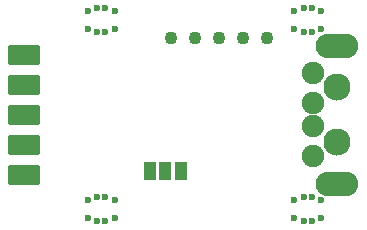
<source format=gbr>
G04 #@! TF.GenerationSoftware,KiCad,Pcbnew,6.0.6+dfsg-1*
G04 #@! TF.CreationDate,2022-07-17T16:52:43+08:00*
G04 #@! TF.ProjectId,stlink,73746c69-6e6b-42e6-9b69-6361645f7063,d*
G04 #@! TF.SameCoordinates,Original*
G04 #@! TF.FileFunction,Soldermask,Bot*
G04 #@! TF.FilePolarity,Negative*
%FSLAX46Y46*%
G04 Gerber Fmt 4.6, Leading zero omitted, Abs format (unit mm)*
G04 Created by KiCad (PCBNEW 6.0.6+dfsg-1) date 2022-07-17 16:52:43*
%MOMM*%
%LPD*%
G01*
G04 APERTURE LIST*
G04 Aperture macros list*
%AMRoundRect*
0 Rectangle with rounded corners*
0 $1 Rounding radius*
0 $2 $3 $4 $5 $6 $7 $8 $9 X,Y pos of 4 corners*
0 Add a 4 corners polygon primitive as box body*
4,1,4,$2,$3,$4,$5,$6,$7,$8,$9,$2,$3,0*
0 Add four circle primitives for the rounded corners*
1,1,$1+$1,$2,$3*
1,1,$1+$1,$4,$5*
1,1,$1+$1,$6,$7*
1,1,$1+$1,$8,$9*
0 Add four rect primitives between the rounded corners*
20,1,$1+$1,$2,$3,$4,$5,0*
20,1,$1+$1,$4,$5,$6,$7,0*
20,1,$1+$1,$6,$7,$8,$9,0*
20,1,$1+$1,$8,$9,$2,$3,0*%
G04 Aperture macros list end*
%ADD10C,1.900000*%
%ADD11O,3.600000X2.100000*%
%ADD12C,2.300000*%
%ADD13C,0.600000*%
%ADD14RoundRect,0.050000X1.270000X0.762000X-1.270000X0.762000X-1.270000X-0.762000X1.270000X-0.762000X0*%
%ADD15C,1.100000*%
%ADD16RoundRect,0.050000X-0.500000X-0.750000X0.500000X-0.750000X0.500000X0.750000X-0.500000X0.750000X0*%
G04 APERTURE END LIST*
D10*
G04 #@! TO.C,J1*
X134900000Y-86500000D03*
X134900000Y-89000000D03*
X134900000Y-91000000D03*
X134900000Y-93500000D03*
D11*
X137000000Y-95850000D03*
X137000000Y-84150000D03*
D12*
X137000000Y-92300000D03*
X137000000Y-87700000D03*
G04 #@! TD*
D13*
G04 #@! TO.C,H1*
X118150000Y-81250000D03*
X115850000Y-82750000D03*
X116650000Y-81000000D03*
X117350000Y-81000000D03*
X115850000Y-81250000D03*
X118150000Y-82750000D03*
X116650000Y-83000000D03*
X117350000Y-83000000D03*
G04 #@! TD*
G04 #@! TO.C,H2*
X116650000Y-97000000D03*
X117350000Y-99000000D03*
X115850000Y-97250000D03*
X117350000Y-97000000D03*
X115850000Y-98750000D03*
X118150000Y-97250000D03*
X116650000Y-99000000D03*
X118150000Y-98750000D03*
G04 #@! TD*
G04 #@! TO.C,H3*
X134150000Y-81000000D03*
X133350000Y-81250000D03*
X135650000Y-82750000D03*
X134150000Y-83000000D03*
X135650000Y-81250000D03*
X134850000Y-83000000D03*
X134850000Y-81000000D03*
X133350000Y-82750000D03*
G04 #@! TD*
G04 #@! TO.C,H4*
X135650000Y-98750000D03*
X133350000Y-98750000D03*
X135650000Y-97250000D03*
X134150000Y-97000000D03*
X134850000Y-99000000D03*
X133350000Y-97250000D03*
X134850000Y-97000000D03*
X134150000Y-99000000D03*
G04 #@! TD*
D14*
G04 #@! TO.C,J2*
X110500000Y-84920000D03*
X110500000Y-87460000D03*
X110500000Y-90000000D03*
X110500000Y-92540000D03*
X110500000Y-95080000D03*
G04 #@! TD*
D15*
G04 #@! TO.C,TP3*
X127000000Y-83500000D03*
G04 #@! TD*
G04 #@! TO.C,TP1*
X131064000Y-83500000D03*
G04 #@! TD*
G04 #@! TO.C,TP4*
X124968000Y-83500000D03*
G04 #@! TD*
G04 #@! TO.C,TP5*
X122936000Y-83500000D03*
G04 #@! TD*
G04 #@! TO.C,TP2*
X129000000Y-83500000D03*
G04 #@! TD*
D16*
G04 #@! TO.C,JP1*
X121150000Y-94750000D03*
X122450000Y-94750000D03*
X123750000Y-94750000D03*
G04 #@! TD*
M02*

</source>
